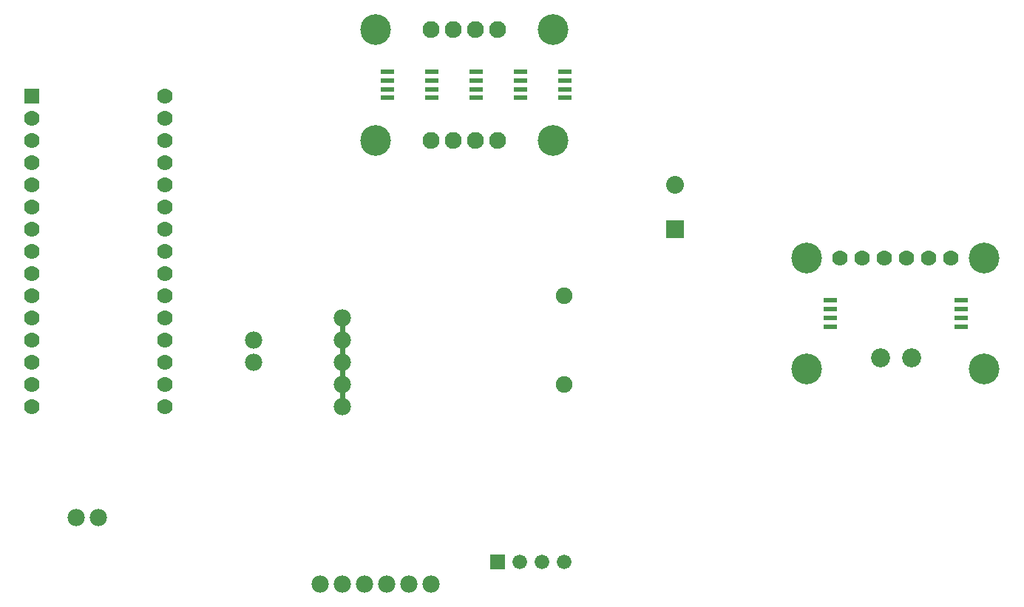
<source format=gbl>
G04 MADE WITH FRITZING*
G04 WWW.FRITZING.ORG*
G04 DOUBLE SIDED*
G04 HOLES PLATED*
G04 CONTOUR ON CENTER OF CONTOUR VECTOR*
%ASAXBY*%
%FSLAX23Y23*%
%MOIN*%
%OFA0B0*%
%SFA1.0B1.0*%
%ADD10C,0.078000*%
%ADD11C,0.075000*%
%ADD12C,0.080000*%
%ADD13C,0.070000*%
%ADD14C,0.138425*%
%ADD15C,0.086000*%
%ADD16C,0.076000*%
%ADD17C,0.066000*%
%ADD18R,0.079986X0.080000*%
%ADD19R,0.061024X0.023622*%
%ADD20R,0.066000X0.066000*%
%ADD21R,0.069972X0.070000*%
%ADD22C,0.024000*%
%LNCOPPER0*%
G90*
G70*
G54D10*
X1622Y1413D03*
X1622Y1313D03*
X1622Y1213D03*
X1622Y1113D03*
X1622Y1013D03*
X522Y513D03*
X422Y513D03*
X1222Y1313D03*
X1222Y1213D03*
X2022Y213D03*
X1922Y213D03*
X1822Y213D03*
X1722Y213D03*
X1622Y213D03*
X1522Y213D03*
G54D11*
X2622Y1113D03*
X2622Y1513D03*
G54D12*
X3122Y1813D03*
X3122Y2013D03*
G54D13*
X4065Y1683D03*
G54D14*
X3715Y1683D03*
G54D13*
X3865Y1683D03*
G54D14*
X3715Y1183D03*
G54D15*
X4048Y1233D03*
G54D13*
X3965Y1683D03*
G54D14*
X4515Y1183D03*
X4515Y1683D03*
G54D13*
X4365Y1683D03*
G54D15*
X4186Y1233D03*
G54D13*
X4265Y1683D03*
X4165Y1683D03*
G54D16*
X2322Y2213D03*
X2022Y2713D03*
G54D14*
X2572Y2713D03*
G54D16*
X2222Y2713D03*
X2122Y2213D03*
G54D14*
X2572Y2213D03*
G54D16*
X2322Y2713D03*
X2122Y2713D03*
X2022Y2213D03*
X2222Y2213D03*
G54D14*
X1772Y2713D03*
X1772Y2213D03*
G54D17*
X2622Y313D03*
X2322Y313D03*
X2422Y313D03*
X2522Y313D03*
G54D13*
X222Y2413D03*
X222Y2313D03*
X222Y2213D03*
X222Y2113D03*
X222Y2013D03*
X222Y1913D03*
X222Y1813D03*
X222Y1713D03*
X222Y1613D03*
X222Y1513D03*
X222Y1413D03*
X222Y1313D03*
X222Y1213D03*
X222Y1113D03*
X222Y1013D03*
X822Y2413D03*
X822Y2313D03*
X822Y2213D03*
X822Y2113D03*
X822Y2013D03*
X822Y1913D03*
X822Y1813D03*
X822Y1713D03*
X822Y1613D03*
X822Y1513D03*
X822Y1413D03*
X822Y1313D03*
X822Y1213D03*
X822Y1113D03*
X822Y1013D03*
G54D18*
X3122Y1813D03*
G54D19*
X3819Y1492D03*
X3819Y1452D03*
X3819Y1413D03*
X3819Y1373D03*
X4409Y1373D03*
X4409Y1413D03*
X4409Y1452D03*
X4409Y1492D03*
X2023Y2443D03*
X2223Y2443D03*
X2023Y2483D03*
X2023Y2522D03*
X2423Y2404D03*
X2223Y2522D03*
X2423Y2443D03*
X2423Y2483D03*
X2423Y2522D03*
X2623Y2404D03*
X2223Y2483D03*
X2623Y2443D03*
X2623Y2483D03*
X2623Y2522D03*
X1823Y2404D03*
X1823Y2443D03*
X1823Y2483D03*
X1823Y2522D03*
X2223Y2404D03*
X2023Y2404D03*
G54D20*
X2322Y313D03*
G54D21*
X222Y2413D03*
G54D22*
X1622Y1332D02*
X1622Y1394D01*
D02*
X1622Y1232D02*
X1622Y1294D01*
D02*
X1622Y1132D02*
X1622Y1194D01*
D02*
X1622Y1032D02*
X1622Y1094D01*
G04 End of Copper0*
M02*
</source>
